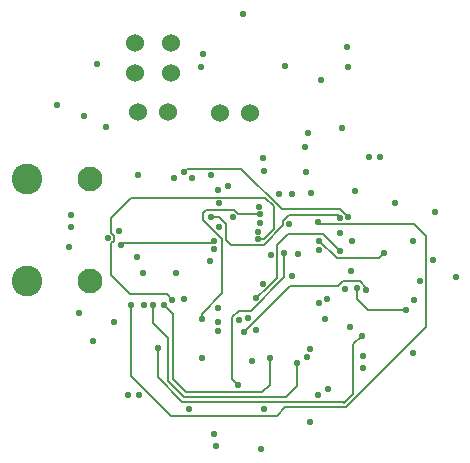
<source format=gbr>
%TF.GenerationSoftware,KiCad,Pcbnew,7.0.7*%
%TF.CreationDate,2024-10-30T15:59:06-07:00*%
%TF.ProjectId,SensingBoard_rev1.1,53656e73-696e-4674-926f-6172645f7265,rev?*%
%TF.SameCoordinates,Original*%
%TF.FileFunction,Copper,L4,Inr*%
%TF.FilePolarity,Positive*%
%FSLAX46Y46*%
G04 Gerber Fmt 4.6, Leading zero omitted, Abs format (unit mm)*
G04 Created by KiCad (PCBNEW 7.0.7) date 2024-10-30 15:59:06*
%MOMM*%
%LPD*%
G01*
G04 APERTURE LIST*
%TA.AperFunction,ComponentPad*%
%ADD10C,1.524000*%
%TD*%
%TA.AperFunction,ComponentPad*%
%ADD11C,2.100000*%
%TD*%
%TA.AperFunction,ComponentPad*%
%ADD12C,2.600000*%
%TD*%
%TA.AperFunction,ViaPad*%
%ADD13C,0.550000*%
%TD*%
%TA.AperFunction,Conductor*%
%ADD14C,0.200000*%
%TD*%
G04 APERTURE END LIST*
D10*
%TO.N,MOTOR2_BIN2*%
%TO.C,J6*%
X124764800Y-49377600D03*
%TO.N,MOTOR2_BIN1*%
X124764800Y-46837600D03*
%TD*%
%TO.N,DRV_FAULT*%
%TO.C,J7*%
X121666000Y-46824900D03*
%TO.N,DRV_SLEEP*%
X121666000Y-49364900D03*
%TD*%
%TO.N,GND*%
%TO.C,J9*%
X128879600Y-52730400D03*
%TO.N,VDC*%
X131419600Y-52730400D03*
%TD*%
D11*
%TO.N,GND*%
%TO.C,J1*%
X117882000Y-58318400D03*
D12*
X112522000Y-58318400D03*
D11*
X117882000Y-66958400D03*
D12*
X112522000Y-66958400D03*
%TD*%
D10*
%TO.N,MOTOR1_AIN2*%
%TO.C,J5*%
X124460000Y-52679600D03*
%TO.N,MOTOR1_AIN1*%
X121920000Y-52679600D03*
%TD*%
D13*
%TO.N,Net-(U2-XIN32)*%
X140496118Y-67595586D03*
X144678400Y-69427900D03*
%TO.N,+5V*%
X116294500Y-61382635D03*
X116136972Y-64112900D03*
%TO.N,DRV_SLEEP*%
X137974396Y-68511505D03*
%TO.N,DRV_FAULT*%
X139496800Y-67614800D03*
%TO.N,+1V8*%
X131599700Y-73710800D03*
X117348000Y-52984400D03*
%TO.N,+2V8*%
X139649200Y-47193200D03*
X130914831Y-71326283D03*
X143713200Y-60350400D03*
X141244669Y-67708302D03*
%TO.N,Net-(D4-K)*%
X140882921Y-71613813D03*
X123647200Y-72644000D03*
%TO.N,IO38{slash}DVP_VSYNC*%
X139039600Y-64429900D03*
X131908935Y-68459735D03*
%TO.N,IO47{slash}DVP_HREF*%
X135534400Y-64668400D03*
X131927697Y-71138096D03*
%TO.N,IO48{slash}DVP_Y9*%
X130518100Y-70307200D03*
X134975600Y-66548000D03*
%TO.N,IO10{slash}XMCLK*%
X128117600Y-58028800D03*
%TO.N,IO11{slash}DVP_Y8*%
X129619678Y-58899122D03*
%TO.N,IO12{slash}DVP_Y7*%
X128724700Y-71221600D03*
X128701732Y-59294572D03*
%TO.N,IO13{slash}DVP_PCLK*%
X128724700Y-70408800D03*
X128823958Y-60406042D03*
%TO.N,BNO_INT*%
X137286833Y-68808767D03*
X145796000Y-66954400D03*
%TO.N,USB_DP*%
X120345200Y-62738000D03*
X128431283Y-64253555D03*
%TO.N,USB_DN*%
X119430800Y-63347600D03*
X120497600Y-63906400D03*
X116294097Y-62382747D03*
X128431283Y-63614052D03*
%TO.N,IO14{slash}DVP_Y6*%
X132181600Y-60706000D03*
X128760001Y-69225233D03*
%TO.N,IO15{slash}DVP_Y2*%
X132326990Y-61328757D03*
X127355600Y-70154800D03*
%TO.N,IO16{slash}DVP_Y5*%
X132284525Y-62028125D03*
%TO.N,IO17{slash}DVP_Y3*%
X132147918Y-62792809D03*
X125873961Y-68523514D03*
%TO.N,IO18{slash}DVP_Y4*%
X132130800Y-63441900D03*
X124874884Y-68552681D03*
%TO.N,CHIP_EN*%
X126238000Y-77774800D03*
X136194887Y-57718139D03*
%TO.N,SPID*%
X134355826Y-64576974D03*
X130454400Y-75809300D03*
%TO.N,SPIQ*%
X132527900Y-67259200D03*
X133248400Y-64770000D03*
%TO.N,GND*%
X115062000Y-52070000D03*
X121869200Y-64973200D03*
X136122501Y-55664292D03*
X121920000Y-57962800D03*
X128371600Y-79908400D03*
X118465600Y-48615600D03*
X148844000Y-66649600D03*
X118110000Y-72034400D03*
X140004800Y-66103900D03*
X141028693Y-74352978D03*
X136245600Y-73406000D03*
X136499600Y-78892400D03*
X119923979Y-70420735D03*
X146964400Y-65227200D03*
X119278400Y-53898800D03*
X127355600Y-73456800D03*
X122021600Y-76606400D03*
X137414000Y-49936400D03*
X131292600Y-70069800D03*
X139700000Y-48869600D03*
X134721600Y-62128400D03*
X145237200Y-73050400D03*
X145237200Y-63550800D03*
X116992400Y-69646800D03*
X128828800Y-62382400D03*
X138042436Y-76102776D03*
X139903200Y-70866000D03*
X125171200Y-66311183D03*
X124968000Y-58216800D03*
X134416800Y-48768000D03*
X145288000Y-68580000D03*
X130810000Y-44348400D03*
X127254000Y-48818800D03*
X142480700Y-56438800D03*
X139242800Y-54051200D03*
%TO.N,+3.3V*%
X122377200Y-66294000D03*
X128066800Y-65278000D03*
X147116800Y-61112400D03*
X140106400Y-63578800D03*
X132384800Y-81178400D03*
X141481197Y-56438800D03*
X140970000Y-73355200D03*
X128524000Y-80924400D03*
X136369675Y-54417709D03*
X136519984Y-72708528D03*
X126565800Y-58216800D03*
X127457200Y-47752000D03*
X121107200Y-76606400D03*
X137793500Y-70223700D03*
X130030601Y-61599131D03*
X140328058Y-59352858D03*
X137210800Y-76657200D03*
%TO.N,RX_D7*%
X139085064Y-61608223D03*
X128171085Y-61528315D03*
%TO.N,TX_D6*%
X139722764Y-61560242D03*
X125831600Y-57759600D03*
%TO.N,MTDO{slash}IO40{slash}CAM_SDA*%
X142778620Y-64566316D03*
X123228303Y-68986400D03*
X135435433Y-73962167D03*
X137312400Y-63550800D03*
%TO.N,MTCK{slash}IO39{slash}CAM_SCL*%
X137280918Y-64331785D03*
X133096000Y-73456800D03*
X124124268Y-69024617D03*
%TO.N,D3{slash}A3*%
X132597902Y-57628415D03*
X133858000Y-59619598D03*
%TO.N,D2{slash}A2*%
X132556500Y-56591200D03*
X135026400Y-59588400D03*
%TO.N,GPIO0*%
X132638800Y-77825600D03*
X136601200Y-59542901D03*
%TO.N,MTDI{slash}IO41{slash}PDM_DATA*%
X122478800Y-68986400D03*
X139100758Y-62920105D03*
%TO.N,MTMS{slash}IO42{slash}PDM_CLK*%
X121361200Y-68986400D03*
X137215402Y-62002900D03*
%TD*%
D14*
%TO.N,Net-(U2-XIN32)*%
X140496118Y-68512518D02*
X141411500Y-69427900D01*
X140496118Y-67595586D02*
X140496118Y-68512518D01*
X141411500Y-69427900D02*
X144678400Y-69427900D01*
%TO.N,+2V8*%
X140734291Y-67020586D02*
X139277841Y-67020586D01*
X138886827Y-67411600D02*
X134829514Y-67411600D01*
X134829514Y-67411600D02*
X130914831Y-71326283D01*
X141244669Y-67530964D02*
X140734291Y-67020586D01*
X139277841Y-67020586D02*
X138886827Y-67411600D01*
X141244669Y-67708302D02*
X141244669Y-67530964D01*
%TO.N,Net-(D4-K)*%
X132400627Y-77250600D02*
X132349827Y-77199800D01*
X140882921Y-71613813D02*
X140157200Y-72339534D01*
X123647200Y-75140085D02*
X123647200Y-72644000D01*
X132349827Y-77199800D02*
X125706915Y-77199800D01*
X125706915Y-77199800D02*
X123647200Y-75140085D01*
X140157200Y-72339534D02*
X140157200Y-76504800D01*
X140157200Y-76504800D02*
X139388800Y-77273200D01*
X139366200Y-77250600D02*
X132400627Y-77250600D01*
X139388800Y-77273200D02*
X139366200Y-77250600D01*
%TO.N,IO38{slash}DVP_VSYNC*%
X137585500Y-62975800D02*
X139039600Y-64429900D01*
X132992900Y-67451810D02*
X133004990Y-67451810D01*
X134687000Y-62975800D02*
X137585500Y-62975800D01*
X133713400Y-63949400D02*
X134687000Y-62975800D01*
X133004990Y-67451810D02*
X133713400Y-66743400D01*
X131908935Y-68459735D02*
X131984975Y-68459735D01*
X131984975Y-68459735D02*
X132992900Y-67451810D01*
X133713400Y-66743400D02*
X133713400Y-63949400D01*
%TO.N,USB_DN*%
X120650316Y-63753684D02*
X128291651Y-63753684D01*
X128291651Y-63753684D02*
X128431283Y-63614052D01*
X120497600Y-63906400D02*
X120650316Y-63753684D01*
%TO.N,IO15{slash}DVP_Y2*%
X132326990Y-61328757D02*
X130417130Y-61328757D01*
X129082800Y-68021200D02*
X127355600Y-69748400D01*
X127727400Y-60943800D02*
X127430300Y-61240900D01*
X130082973Y-60994600D02*
X128294273Y-60994600D01*
X130417130Y-61328757D02*
X130082973Y-60994600D01*
X128243473Y-60943800D02*
X127727400Y-60943800D01*
X127355600Y-69748400D02*
X127355600Y-70154800D01*
X127430300Y-61796700D02*
X129082800Y-63449200D01*
X128294273Y-60994600D02*
X128243473Y-60943800D01*
X127430300Y-61240900D02*
X127430300Y-61796700D01*
X129082800Y-63449200D02*
X129082800Y-68021200D01*
%TO.N,IO18{slash}DVP_Y4*%
X132719016Y-59916042D02*
X121389158Y-59916042D01*
X119684800Y-63786565D02*
X119684800Y-66497200D01*
X132130800Y-63441900D02*
X132607022Y-63441900D01*
X119920800Y-63144635D02*
X119920800Y-63550565D01*
X133451600Y-62597322D02*
X133451600Y-60648626D01*
X124394203Y-68072000D02*
X124874884Y-68552681D01*
X133451600Y-60648626D02*
X132719016Y-59916042D01*
X121389158Y-59916042D02*
X119684800Y-61620400D01*
X119684800Y-66497200D02*
X121259600Y-68072000D01*
X121259600Y-68072000D02*
X124394203Y-68072000D01*
X119684800Y-61620400D02*
X119684800Y-62908635D01*
X119920800Y-63550565D02*
X119684800Y-63786565D01*
X132607022Y-63441900D02*
X133451600Y-62597322D01*
X119684800Y-62908635D02*
X119920800Y-63144635D01*
%TO.N,SPID*%
X129943100Y-75298000D02*
X130454400Y-75809300D01*
X129943100Y-70069027D02*
X129943100Y-75298000D01*
X134355826Y-66669747D02*
X131530773Y-69494800D01*
X131530773Y-69494800D02*
X130517327Y-69494800D01*
X130517327Y-69494800D02*
X129943100Y-70069027D01*
X134355826Y-64576974D02*
X134355826Y-66669747D01*
%TO.N,RX_D7*%
X134763990Y-61428400D02*
X138905241Y-61428400D01*
X128171085Y-61528315D02*
X128787888Y-61528315D01*
X134256600Y-62237800D02*
X134256600Y-61935790D01*
X129403800Y-63516200D02*
X129794000Y-63906400D01*
X134256600Y-61935790D02*
X134763990Y-61428400D01*
X129794000Y-63906400D02*
X132588000Y-63906400D01*
X128787888Y-61528315D02*
X129403800Y-62144227D01*
X132588000Y-63906400D02*
X134256600Y-62237800D01*
X138905241Y-61428400D02*
X139085064Y-61608223D01*
X129403800Y-62144227D02*
X129403800Y-63516200D01*
%TO.N,TX_D6*%
X130702752Y-57454300D02*
X126136900Y-57454300D01*
X139071722Y-60909200D02*
X134157652Y-60909200D01*
X126136900Y-57454300D02*
X125831600Y-57759600D01*
X139722764Y-61560242D02*
X139071722Y-60909200D01*
X134157652Y-60909200D02*
X130702752Y-57454300D01*
%TO.N,MTDO{slash}IO40{slash}CAM_SDA*%
X125872601Y-76799800D02*
X134528200Y-76799800D01*
X142340036Y-65004900D02*
X142778620Y-64566316D01*
X138766500Y-65004900D02*
X142340036Y-65004900D01*
X123228303Y-70548703D02*
X124510800Y-71831200D01*
X124510800Y-75438000D02*
X125872601Y-76799800D01*
X134528200Y-76799800D02*
X135435433Y-75892567D01*
X124510800Y-71831200D02*
X124510800Y-75438000D01*
X123228303Y-68986400D02*
X123228303Y-70548703D01*
X135435433Y-75892567D02*
X135435433Y-73962167D01*
X137312400Y-63550800D02*
X138766500Y-65004900D01*
%TO.N,MTCK{slash}IO39{slash}CAM_SCL*%
X133096000Y-75793600D02*
X133096000Y-73456800D01*
X124910800Y-75272314D02*
X126038286Y-76399800D01*
X126038286Y-76399800D02*
X132489800Y-76399800D01*
X124124268Y-69024617D02*
X124910800Y-69811149D01*
X124910800Y-69811149D02*
X124910800Y-75272314D01*
X132489800Y-76399800D02*
X133096000Y-75793600D01*
%TO.N,MTMS{slash}IO42{slash}PDM_CLK*%
X121361200Y-74987686D02*
X124774114Y-78400600D01*
X133689400Y-78400600D02*
X134416800Y-77673200D01*
X121361200Y-68986400D02*
X121361200Y-74987686D01*
X145342823Y-62183223D02*
X137395725Y-62183223D01*
X146371000Y-63211400D02*
X145342823Y-62183223D01*
X146371000Y-70856686D02*
X146371000Y-63211400D01*
X134416800Y-77673200D02*
X139554486Y-77673200D01*
X137395725Y-62183223D02*
X137215402Y-62002900D01*
X124774114Y-78400600D02*
X133689400Y-78400600D01*
X139554486Y-77673200D02*
X146371000Y-70856686D01*
%TD*%
M02*

</source>
